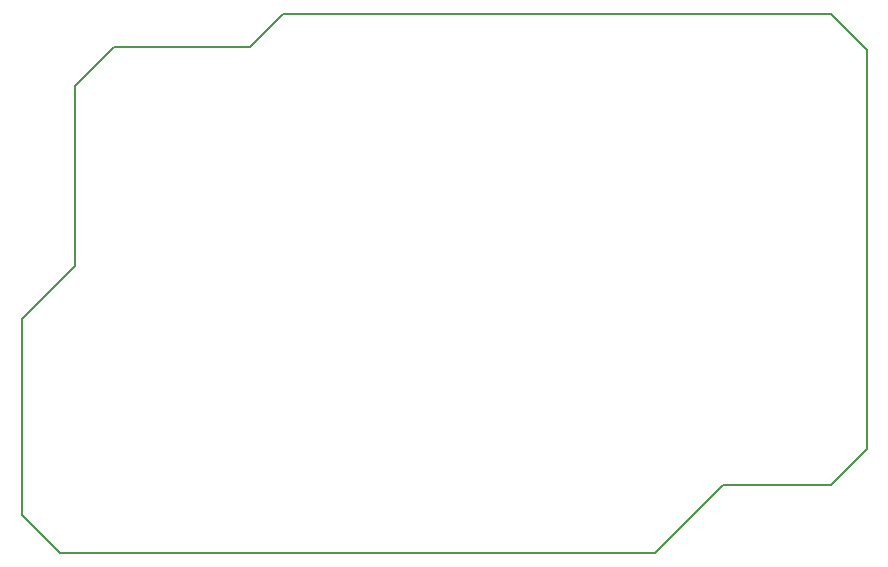
<source format=gbr>
G04 #@! TF.FileFunction,Profile,NP*
%FSLAX46Y46*%
G04 Gerber Fmt 4.6, Leading zero omitted, Abs format (unit mm)*
G04 Created by KiCad (PCBNEW 4.0.4-stable) date 03/06/18 13:41:20*
%MOMM*%
%LPD*%
G01*
G04 APERTURE LIST*
%ADD10C,0.100000*%
%ADD11C,0.150000*%
G04 APERTURE END LIST*
D10*
D11*
X22606000Y-22860000D02*
X24511000Y-22860000D01*
X19304000Y-26162000D02*
X22606000Y-22860000D01*
X19304000Y-41402000D02*
X19304000Y-26162000D01*
X14859000Y-45847000D02*
X19304000Y-41402000D01*
X14859000Y-62484000D02*
X14859000Y-45847000D01*
X18034000Y-65659000D02*
X22733000Y-65659000D01*
X14859000Y-62484000D02*
X18034000Y-65659000D01*
X34163000Y-22860000D02*
X24511000Y-22860000D01*
X36957000Y-20066000D02*
X34163000Y-22860000D01*
X83312000Y-20066000D02*
X36957000Y-20066000D01*
X86360000Y-23114000D02*
X83312000Y-20066000D01*
X86360000Y-56896000D02*
X86360000Y-23114000D01*
X83312000Y-59944000D02*
X86360000Y-56896000D01*
X74168000Y-59944000D02*
X83312000Y-59944000D01*
X68453000Y-65659000D02*
X74168000Y-59944000D01*
X64643000Y-65659000D02*
X68453000Y-65659000D01*
X22733000Y-65659000D02*
X64643000Y-65659000D01*
M02*

</source>
